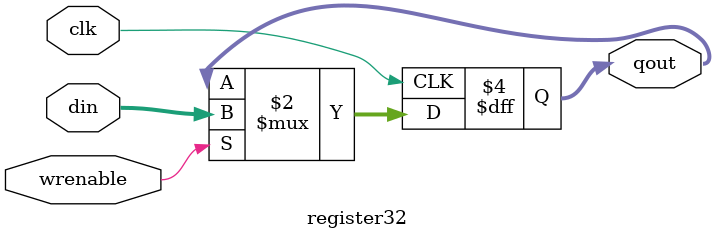
<source format=v>
module register32
(
  output reg[31:0] qout,
  input[31:0] din,
  input wrenable,
  input clk
  );

  always @(posedge clk) begin
      if(wrenable) begin
          qout <= din;
      end
  end



endmodule

</source>
